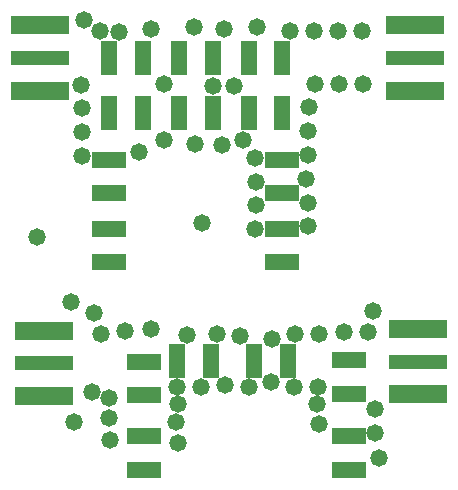
<source format=gbr>
%TF.GenerationSoftware,Altium Limited,Altium Designer,20.0.10 (225)*%
G04 Layer_Color=8388736*
%FSLAX26Y26*%
%MOIN*%
%TF.FileFunction,Soldermask,Top*%
%TF.Part,CustomerPanel*%
G01*
G75*
%TA.AperFunction,SMDPad,CuDef*%
%ADD12R,0.196850X0.047244*%
%ADD13R,0.196850X0.062992*%
%TA.AperFunction,ConnectorPad*%
%ADD16R,0.196850X0.047244*%
%ADD17R,0.196850X0.062992*%
%TA.AperFunction,ViaPad*%
%ADD20C,0.058000*%
%TA.AperFunction,SMDPad,CuDef*%
%ADD23R,0.114299X0.057213*%
%ADD24R,0.057213X0.114299*%
D12*
X3565590Y4261177D02*
D03*
X2318346D02*
D03*
X2330827Y3242835D02*
D03*
D13*
X3565590Y4370232D02*
D03*
Y4152122D02*
D03*
X2318346D02*
D03*
Y4370232D02*
D03*
X2330827Y3133780D02*
D03*
Y3351890D02*
D03*
D16*
X3577402Y3249071D02*
D03*
D17*
Y3358126D02*
D03*
Y3140016D02*
D03*
D20*
X2647716Y3946890D02*
D03*
X2462716Y4386890D02*
D03*
X2452716Y4171890D02*
D03*
X3150116Y4349551D02*
D03*
X3229644D02*
D03*
X3309171D02*
D03*
X3388699D02*
D03*
X3039901Y4363026D02*
D03*
X2930965Y4358653D02*
D03*
X2962716Y4166890D02*
D03*
X2892716D02*
D03*
X2834208Y3972731D02*
D03*
X2922716Y3971890D02*
D03*
X2993729Y3987726D02*
D03*
X2730059Y3987803D02*
D03*
X2685892Y4358688D02*
D03*
X2730059Y4172803D02*
D03*
X2829901Y4363026D02*
D03*
X3034265Y3928397D02*
D03*
X3037589Y3848939D02*
D03*
X3038333Y3769415D02*
D03*
X3034265Y3689991D02*
D03*
X3211168Y3699551D02*
D03*
X3210326Y3779074D02*
D03*
X3201966Y3858161D02*
D03*
X3211622Y3937101D02*
D03*
Y4016628D02*
D03*
X3213295Y4096138D02*
D03*
X3234440Y4172803D02*
D03*
X3313968D02*
D03*
X3393495D02*
D03*
X2515642Y4349551D02*
D03*
X2456311Y4094837D02*
D03*
X2457414Y4015317D02*
D03*
Y3935789D02*
D03*
X2581460Y4348426D02*
D03*
X2306131Y3665698D02*
D03*
X2857716Y3711890D02*
D03*
X3445827Y2926890D02*
D03*
X3425827Y3416890D02*
D03*
X3410827Y3346890D02*
D03*
X3330827D02*
D03*
X2430827Y3046890D02*
D03*
X2495827Y3411890D02*
D03*
X2420827Y3446890D02*
D03*
X2518673Y3341631D02*
D03*
X2490827Y3146890D02*
D03*
X2545827Y3126890D02*
D03*
X2770827Y3046890D02*
D03*
X2545827Y3061890D02*
D03*
X2550827Y2986890D02*
D03*
X2775827Y2976890D02*
D03*
X3245827Y3041890D02*
D03*
X3434201Y3011432D02*
D03*
Y3090960D02*
D03*
X2985055Y3333048D02*
D03*
X2905863Y3340341D02*
D03*
X2853349Y3164619D02*
D03*
X2932644Y3170699D02*
D03*
X3011840Y3163438D02*
D03*
X2685827Y3356890D02*
D03*
X2600827Y3351890D02*
D03*
X2775827Y3106890D02*
D03*
X2774313Y3163438D02*
D03*
X2808468Y3339139D02*
D03*
X3247842Y3340795D02*
D03*
X3168314D02*
D03*
X3090218Y3325773D02*
D03*
X3087506Y3181927D02*
D03*
X3164855Y3163438D02*
D03*
X3244380Y3164047D02*
D03*
X3240827Y3106890D02*
D03*
D23*
X3122716Y3922280D02*
D03*
Y3810075D02*
D03*
Y3692280D02*
D03*
Y3580075D02*
D03*
X2547716Y3692280D02*
D03*
Y3580075D02*
D03*
Y3922280D02*
D03*
Y3810075D02*
D03*
X3345827Y3254055D02*
D03*
Y3141850D02*
D03*
Y3000682D02*
D03*
Y2888477D02*
D03*
X2662441Y3000682D02*
D03*
Y2888477D02*
D03*
Y3249210D02*
D03*
Y3137005D02*
D03*
D24*
X3124921Y4261177D02*
D03*
X3012716D02*
D03*
X3124921Y4076177D02*
D03*
X3012716D02*
D03*
X2892421D02*
D03*
X2780216D02*
D03*
X2892421Y4261177D02*
D03*
X2780216D02*
D03*
X2659921Y4076177D02*
D03*
X2547716D02*
D03*
X2659921Y4261177D02*
D03*
X2547716D02*
D03*
X3143032Y3251890D02*
D03*
X3030827D02*
D03*
X2886929D02*
D03*
X2774724D02*
D03*
%TF.MD5,f9d45fd1d28e435dc910a1843b956f77*%
M02*

</source>
